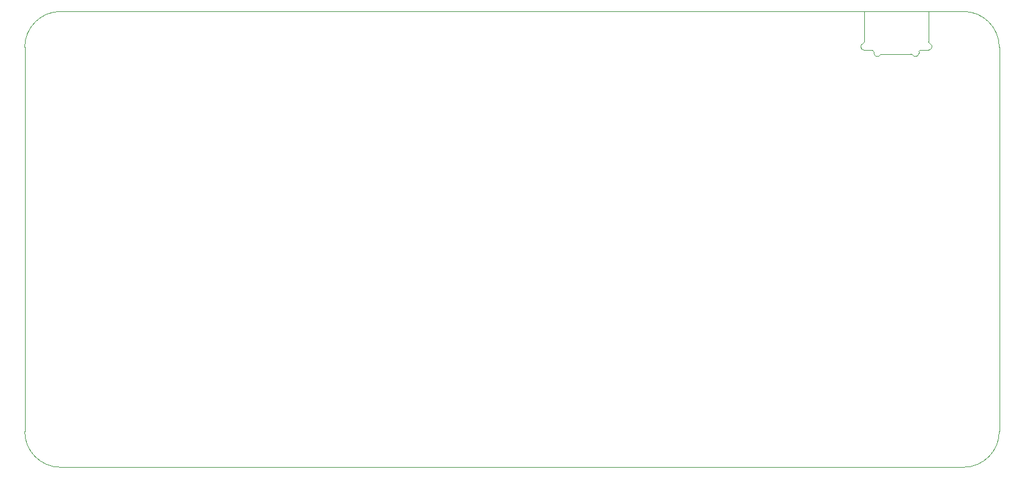
<source format=gm1>
%TF.GenerationSoftware,KiCad,Pcbnew,(6.0.7)*%
%TF.CreationDate,2023-02-20T15:38:16+01:00*%
%TF.ProjectId,Soundboard,536f756e-6462-46f6-9172-642e6b696361,rev?*%
%TF.SameCoordinates,Original*%
%TF.FileFunction,Profile,NP*%
%FSLAX46Y46*%
G04 Gerber Fmt 4.6, Leading zero omitted, Abs format (unit mm)*
G04 Created by KiCad (PCBNEW (6.0.7)) date 2023-02-20 15:38:16*
%MOMM*%
%LPD*%
G01*
G04 APERTURE LIST*
%TA.AperFunction,Profile*%
%ADD10C,0.100000*%
%TD*%
%TA.AperFunction,Profile*%
%ADD11C,0.080000*%
%TD*%
G04 APERTURE END LIST*
D10*
X155575000Y-27940000D02*
X155575000Y-82550000D01*
X17145000Y-82550000D02*
G75*
G03*
X22225000Y-87630000I5080000J0D01*
G01*
X22225000Y-22860000D02*
X150495000Y-22860000D01*
X155575000Y-27940000D02*
G75*
G03*
X150495000Y-22860000I-5080000J0D01*
G01*
X150495000Y-87630000D02*
G75*
G03*
X155575000Y-82550000I0J5080000D01*
G01*
X17145000Y-27940000D02*
X17145000Y-82550000D01*
X150495000Y-87630000D02*
X22225000Y-87630000D01*
X22225000Y-22860000D02*
G75*
G03*
X17145000Y-27940000I0J-5080000D01*
G01*
D11*
%TO.C,J1*%
X137764999Y-28767500D02*
X137764999Y-28567500D01*
X140964999Y-28917500D02*
X143058781Y-28917500D01*
X136414999Y-27196679D02*
X136414999Y-22837500D01*
X145514999Y-27196679D02*
X145514999Y-22837500D01*
X144164999Y-28767500D02*
X144164999Y-28567500D01*
X140964999Y-28917500D02*
X138871217Y-28917500D01*
X137565000Y-28367500D02*
X136414999Y-28367500D01*
X144364998Y-28367500D02*
X145514999Y-28367500D01*
X137765001Y-28767500D02*
G75*
G03*
X138698012Y-29017500I499999J0D01*
G01*
X136272143Y-27388344D02*
G75*
G03*
X136414999Y-27196679I-57173J191684D01*
G01*
X145514999Y-28367500D02*
G75*
G03*
X145657856Y-27388343I-1J500000D01*
G01*
X136272142Y-27388342D02*
G75*
G03*
X136414999Y-28367501I142858J-479158D01*
G01*
X144364998Y-28367500D02*
G75*
G03*
X144164998Y-28567500I1J-200001D01*
G01*
X143231986Y-29017500D02*
G75*
G03*
X143058781Y-28917500I-173205J-100000D01*
G01*
X143231986Y-29017500D02*
G75*
G03*
X144164999Y-28767500I433013J250000D01*
G01*
X137764999Y-28567500D02*
G75*
G03*
X137565000Y-28367501I-199999J0D01*
G01*
X138871217Y-28917515D02*
G75*
G03*
X138698012Y-29017500I-17J-199985D01*
G01*
X145514999Y-27196679D02*
G75*
G03*
X145657856Y-27388342I199999J-1D01*
G01*
%TD*%
M02*

</source>
